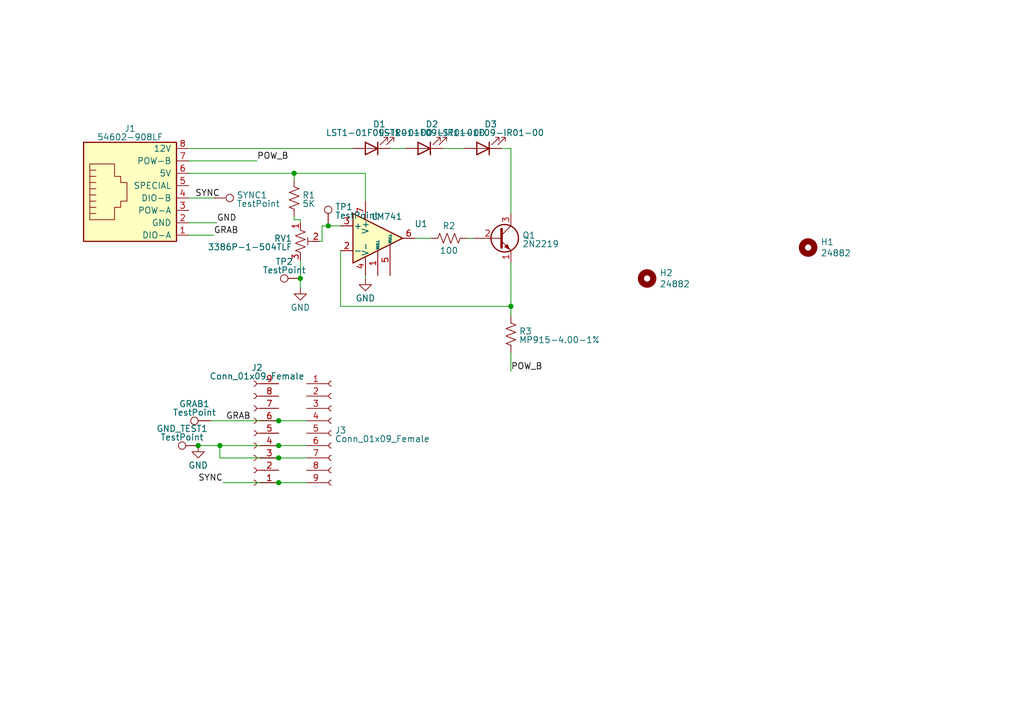
<source format=kicad_sch>
(kicad_sch (version 20221004) (generator eeschema)
  (paper "A5")
  (title_block (date "2022-12-02") (rev "1.3"))
  (lib_symbols
    (symbol "Amplifier_Operational:LM741" (pin_names (offset 0.127))
      (property "Reference" "U" (at 0 6.35 0))
      (property "Value" "LM741" (at 0 3.81 0))
      (symbol "LM741_0_1"
        (polyline (pts (xy -5.08 5.08) (xy 5.08 0) (xy -5.08 -5.08) (xy -5.08 5.08)) (stroke (width 0.254)) (fill (type background)))
      )
      (symbol "LM741_1_1"
        (pin input line (at 0 -7.62 90) (length 5.08) (name "NULL") (number "1"))
        (pin input line (at -7.62 -2.54 0) (length 2.54) (name "-") (number "2"))
        (pin input line (at -7.62 2.54 0) (length 2.54) (name "+") (number "3"))
        (pin power_in line (at -2.54 -7.62 90) (length 3.81) (name "V-") (number "4"))
        (pin input line (at 2.54 -7.62 90) (length 6.35) (name "NULL") (number "5"))
        (pin output line (at 7.62 0 180) (length 2.54) (name "~") (number "6"))
        (pin power_in line (at -2.54 7.62 270) (length 3.81) (name "V+") (number "7"))
        (pin no_connect line (at 0 2.54 270) (length 2.54) hide (name "NC") (number "8"))
      )
    )
    (symbol "Connector:Conn_01x09_Female" (pin_names (offset 1.016) hide)
      (property "Reference" "J" (at 0 12.7 0))
      (property "Value" "Conn_01x09_Female" (at 0 -12.7 0))
      (symbol "Conn_01x09_Female_1_1"
        (arc (start 0 -9.652) (mid -0.5058 -10.16) (end 0 -10.668) (stroke (width 0.1524)))
        (arc (start 0 -7.112) (mid -0.5058 -7.62) (end 0 -8.128) (stroke (width 0.1524)))
        (arc (start 0 -4.572) (mid -0.5058 -5.08) (end 0 -5.588) (stroke (width 0.1524)))
        (arc (start 0 -2.032) (mid -0.5058 -2.54) (end 0 -3.048) (stroke (width 0.1524)))
        (polyline (pts (xy -1.27 -10.16) (xy -0.508 -10.16)) (stroke (width 0.1524)))
        (polyline (pts (xy -1.27 -7.62) (xy -0.508 -7.62)) (stroke (width 0.1524)))
        (polyline (pts (xy -1.27 -5.08) (xy -0.508 -5.08)) (stroke (width 0.1524)))
        (polyline (pts (xy -1.27 -2.54) (xy -0.508 -2.54)) (stroke (width 0.1524)))
        (polyline (pts (xy -1.27 0) (xy -0.508 0)) (stroke (width 0.1524)))
        (polyline (pts (xy -1.27 2.54) (xy -0.508 2.54)) (stroke (width 0.1524)))
        (polyline (pts (xy -1.27 5.08) (xy -0.508 5.08)) (stroke (width 0.1524)))
        (polyline (pts (xy -1.27 7.62) (xy -0.508 7.62)) (stroke (width 0.1524)))
        (polyline (pts (xy -1.27 10.16) (xy -0.508 10.16)) (stroke (width 0.1524)))
        (arc (start 0 0.508) (mid -0.5058 0) (end 0 -0.508) (stroke (width 0.1524)))
        (arc (start 0 3.048) (mid -0.5058 2.54) (end 0 2.032) (stroke (width 0.1524)))
        (arc (start 0 5.588) (mid -0.5058 5.08) (end 0 4.572) (stroke (width 0.1524)))
        (arc (start 0 8.128) (mid -0.5058 7.62) (end 0 7.112) (stroke (width 0.1524)))
        (arc (start 0 10.668) (mid -0.5058 10.16) (end 0 9.652) (stroke (width 0.1524)))
        (pin passive line (at -5.08 10.16 0) (length 3.81) (name "Pin_1") (number "1"))
        (pin passive line (at -5.08 7.62 0) (length 3.81) (name "Pin_2") (number "2"))
        (pin passive line (at -5.08 5.08 0) (length 3.81) (name "Pin_3") (number "3"))
        (pin passive line (at -5.08 2.54 0) (length 3.81) (name "Pin_4") (number "4"))
        (pin passive line (at -5.08 0 0) (length 3.81) (name "Pin_5") (number "5"))
        (pin passive line (at -5.08 -2.54 0) (length 3.81) (name "Pin_6") (number "6"))
        (pin passive line (at -5.08 -5.08 0) (length 3.81) (name "Pin_7") (number "7"))
        (pin passive line (at -5.08 -7.62 0) (length 3.81) (name "Pin_8") (number "8"))
        (pin passive line (at -5.08 -10.16 0) (length 3.81) (name "Pin_9") (number "9"))
      )
    )
    (symbol "Connector:TestPoint" (pin_numbers hide) (pin_names (offset 0.762) hide)
      (property "Reference" "TP" (at 0 6.858 0))
      (property "Value" "TestPoint" (at 0 5.08 0))
      (symbol "TestPoint_0_1"
        (circle (center 0 3.302) (radius 0.762))
      )
      (symbol "TestPoint_1_1"
        (pin passive line (at 0 0 90) (length 2.54) (name "1") (number "1"))
      )
    )
    (symbol "Device:LED" (pin_numbers hide) (pin_names (offset 1.016) hide)
      (property "Reference" "D" (at 0 2.54 0))
      (property "Value" "LED" (at 0 -2.54 0))
      (symbol "LED_0_1"
        (polyline (pts (xy -1.27 -1.27) (xy -1.27 1.27)) (stroke (width 0.254)))
        (polyline (pts (xy -1.27 0) (xy 1.27 0)))
        (polyline (pts (xy 1.27 -1.27) (xy 1.27 1.27) (xy -1.27 0) (xy 1.27 -1.27)) (stroke (width 0.254)))
        (polyline (pts (xy -3.048 -0.762) (xy -4.572 -2.286) (xy -3.81 -2.286) (xy -4.572 -2.286) (xy -4.572 -1.524)))
        (polyline (pts (xy -1.778 -0.762) (xy -3.302 -2.286) (xy -2.54 -2.286) (xy -3.302 -2.286) (xy -3.302 -1.524)))
      )
      (symbol "LED_1_1"
        (pin passive line (at -3.81 0 0) (length 2.54) (name "K") (number "1"))
        (pin passive line (at 3.81 0 180) (length 2.54) (name "A") (number "2"))
      )
    )
    (symbol "Device:R_Potentiometer_Trim_US" (pin_names (offset 1.016) hide)
      (property "Reference" "RV" (at -4.445 0 90))
      (property "Value" "R_Potentiometer_Trim_US" (at -2.54 0 90))
      (symbol "R_Potentiometer_Trim_US_0_1"
        (polyline (pts (xy 0 -2.286) (xy 0 -2.54)))
        (polyline (pts (xy 0 2.286) (xy 0 2.54)))
        (polyline (pts (xy 1.524 0.762) (xy 1.524 -0.762)))
        (polyline (pts (xy 2.54 0) (xy 1.524 0)))
        (polyline (pts (xy 0 -0.762) (xy 1.016 -1.143) (xy 0 -1.524) (xy -1.016 -1.905) (xy 0 -2.286)))
        (polyline (pts (xy 0 0.762) (xy 1.016 0.381) (xy 0 0) (xy -1.016 -0.381) (xy 0 -0.762)))
        (polyline (pts (xy 0 2.286) (xy 1.016 1.905) (xy 0 1.524) (xy -1.016 1.143) (xy 0 0.762)))
      )
      (symbol "R_Potentiometer_Trim_US_1_1"
        (pin passive line (at 0 3.81 270) (length 1.27) (name "1") (number "1"))
        (pin passive line (at 3.81 0 180) (length 1.27) (name "2") (number "2"))
        (pin passive line (at 0 -3.81 90) (length 1.27) (name "3") (number "3"))
      )
    )
    (symbol "Device:R_US" (pin_numbers hide) (pin_names (offset 0))
      (property "Reference" "R" (at 2.54 0 90))
      (property "Value" "R_US" (at -2.54 0 90))
      (symbol "R_US_0_1"
        (polyline (pts (xy 0 -2.286) (xy 0 -2.54)))
        (polyline (pts (xy 0 2.286) (xy 0 2.54)))
        (polyline (pts (xy 0 -0.762) (xy 1.016 -1.143) (xy 0 -1.524) (xy -1.016 -1.905) (xy 0 -2.286)))
        (polyline (pts (xy 0 0.762) (xy 1.016 0.381) (xy 0 0) (xy -1.016 -0.381) (xy 0 -0.762)))
        (polyline (pts (xy 0 2.286) (xy 1.016 1.905) (xy 0 1.524) (xy -1.016 1.143) (xy 0 0.762)))
      )
      (symbol "R_US_1_1"
        (pin passive line (at 0 3.81 270) (length 1.27) (name "~") (number "1"))
        (pin passive line (at 0 -3.81 90) (length 1.27) (name "~") (number "2"))
      )
    )
    (symbol "RJ45_pyControl_1" (pin_names (offset 1.016))
      (property "Reference" "J" (at -8.89 11.43 0))
      (property "Value" "RJ45_pyControl" (at -10.16 -11.43 0))
      (symbol "RJ45_pyControl_1_0_1"
        (polyline (pts (xy -7.62 3.175) (xy -8.89 3.175)))
        (polyline (pts (xy -7.62 4.445) (xy -8.89 4.445)))
        (polyline (pts (xy -8.89 -4.445) (xy -7.62 -4.445) (xy -7.62 -4.445)))
        (polyline (pts (xy -8.89 -3.175) (xy -7.62 -3.175) (xy -7.62 -3.175)))
        (polyline (pts (xy -8.89 -1.905) (xy -7.62 -1.905) (xy -7.62 -1.905)))
        (polyline (pts (xy -8.89 -0.635) (xy -7.62 -0.635) (xy -7.62 -0.635)))
        (polyline (pts (xy -8.89 0.635) (xy -7.62 0.635) (xy -7.62 0.635)))
        (polyline (pts (xy -7.62 1.905) (xy -8.89 1.905) (xy -8.89 1.905)))
        (polyline (pts (xy -8.89 -5.715) (xy -8.89 5.715) (xy -3.81 5.715) (xy -3.81 3.175) (xy -2.54 3.175) (xy -2.54 1.905) (xy -1.27 1.905) (xy -1.27 -1.905) (xy -2.54 -1.905) (xy -2.54 -3.175) (xy -3.81 -3.175) (xy -3.81 -5.715) (xy -8.89 -5.715)))
        (rectangle (start 8.89 10.16) (end -10.16 -10.16) (stroke (width 0.254)) (fill (type background)))
      )
      (symbol "RJ45_pyControl_1_1_1"
        (pin passive line (at 11.43 -8.89 180) (length 2.54) (name "DIO-A") (number "1"))
        (pin passive line (at 11.43 -6.35 180) (length 2.54) (name "GND") (number "2"))
        (pin passive line (at 11.43 -3.81 180) (length 2.54) (name "POW-A") (number "3"))
        (pin passive line (at 11.43 -1.27 180) (length 2.54) (name "DIO-B") (number "4"))
        (pin passive line (at 11.43 1.27 180) (length 2.54) (name "SPECIAL") (number "5"))
        (pin passive line (at 11.43 3.81 180) (length 2.54) (name "5V") (number "6"))
        (pin passive line (at 11.43 6.35 180) (length 2.54) (name "POW-B") (number "7"))
        (pin passive line (at 11.43 8.89 180) (length 2.54) (name "12V") (number "8"))
      )
    )
    (symbol "asl_symbols:Threaded_Standoff" (pin_names (offset 1.016))
      (property "Reference" "H" (at 0 5.08 0))
      (property "Value" "Threaded_Standoff" (at 0 3.175 0))
      (symbol "Threaded_Standoff_0_1"
        (circle (center 0 0) (radius 1.27) (stroke (width 1.27)))
      )
    )
    (symbol "asl_symbols_new:NPN_transistor_ZXTC2045E6TA" (pin_names (offset 0) hide)
      (property "Reference" "Q" (at 5.08 1.905 0))
      (property "Value" "2N2219" (at 5.08 0 0))
      (symbol "NPN_transistor_ZXTC2045E6TA_0_1"
        (polyline (pts (xy 0.635 0.635) (xy 2.54 2.54)))
        (polyline (pts (xy 0.635 -0.635) (xy 2.54 -2.54) (xy 2.54 -2.54)))
        (polyline (pts (xy 0.635 1.905) (xy 0.635 -1.905) (xy 0.635 -1.905)) (stroke (width 0.508)))
        (polyline (pts (xy 1.27 -1.778) (xy 1.778 -1.27) (xy 2.286 -2.286) (xy 1.27 -1.778) (xy 1.27 -1.778)) (fill (type outline)))
        (circle (center 1.27 0) (radius 2.8194) (stroke (width 0.254)))
      )
      (symbol "NPN_transistor_ZXTC2045E6TA_1_1"
        (pin passive line (at 2.54 -5.08 90) (length 2.54) (name "E") (number "1"))
        (pin passive line (at -5.08 0 0) (length 5.715) (name "B") (number "2"))
        (pin passive line (at 2.54 5.08 270) (length 2.54) (name "C") (number "3"))
      )
    )
    (symbol "power:GND" (power) (pin_names (offset 0))
      (property "Value" "GND" (at 0 -3.81 0))
      (symbol "GND_0_1"
        (polyline (pts (xy 0 0) (xy 0 -1.27) (xy 1.27 -1.27) (xy 0 -2.54) (xy -1.27 -1.27) (xy 0 -1.27)))
      )
      (symbol "GND_1_1"
        (pin power_in line (at 0 0 270) (length 0) hide (name "GND") (number "1"))
      )
    )
  )
  (junction (at 57.15 99.06))
  (junction (at 57.15 86.36))
  (junction (at 45.085 91.44))
  (junction (at 57.15 91.44))
  (junction (at 60.325 35.56))
  (junction (at 40.64 91.44))
  (junction (at 67.31 46.355))
  (junction (at 61.595 57.15))
  (junction (at 104.775 62.865))
  (junction (at 57.15 93.98))
  (wire (pts (xy 66.04 49.53) (xy 66.04 46.355)))
  (wire (pts (xy 60.325 35.56) (xy 74.93 35.56)))
  (wire (pts (xy 74.93 35.56) (xy 74.93 41.275)))
  (wire (pts (xy 38.735 48.26) (xy 43.815 48.26)))
  (wire (pts (xy 74.93 57.15) (xy 74.93 56.515)))
  (wire (pts (xy 38.735 33.02) (xy 52.705 33.02)))
  (wire (pts (xy 45.085 91.44) (xy 57.15 91.44)))
  (wire (pts (xy 102.87 30.48) (xy 104.775 30.48)))
  (wire (pts (xy 104.775 64.77) (xy 104.775 62.865)))
  (wire (pts (xy 45.72 99.06) (xy 57.15 99.06)))
  (wire (pts (xy 40.64 91.44) (xy 45.085 91.44)))
  (wire (pts (xy 69.85 62.865) (xy 69.85 51.435)))
  (wire (pts (xy 57.15 99.06) (xy 62.865 99.06)))
  (wire (pts (xy 38.735 35.56) (xy 60.325 35.56)))
  (wire (pts (xy 38.735 40.64) (xy 43.815 40.64)))
  (wire (pts (xy 104.775 62.865) (xy 69.85 62.865)))
  (wire (pts (xy 57.15 93.98) (xy 62.865 93.98)))
  (wire (pts (xy 104.775 53.975) (xy 104.775 62.865)))
  (wire (pts (xy 61.595 57.15) (xy 61.595 59.055)))
  (wire (pts (xy 66.04 49.53) (xy 65.405 49.53)))
  (wire (pts (xy 60.325 45.085) (xy 60.325 44.45)))
  (wire (pts (xy 104.775 30.48) (xy 104.775 43.815)))
  (wire (pts (xy 104.775 72.39) (xy 104.775 76.2)))
  (wire (pts (xy 57.15 91.44) (xy 62.865 91.44)))
  (wire (pts (xy 38.735 45.72) (xy 44.45 45.72)))
  (wire (pts (xy 57.15 86.36) (xy 62.865 86.36)))
  (wire (pts (xy 43.18 86.36) (xy 57.15 86.36)))
  (wire (pts (xy 90.805 30.48) (xy 95.25 30.48)))
  (wire (pts (xy 61.595 45.085) (xy 61.595 45.72)))
  (wire (pts (xy 60.325 35.56) (xy 60.325 36.83)))
  (wire (pts (xy 61.595 45.085) (xy 60.325 45.085)))
  (wire (pts (xy 45.085 91.44) (xy 45.085 93.98)))
  (wire (pts (xy 80.01 30.48) (xy 83.185 30.48)))
  (wire (pts (xy 95.885 48.895) (xy 97.155 48.895)))
  (wire (pts (xy 72.39 30.48) (xy 38.735 30.48)))
  (wire (pts (xy 67.31 46.355) (xy 69.85 46.355)))
  (wire (pts (xy 66.04 46.355) (xy 67.31 46.355)))
  (wire (pts (xy 45.085 93.98) (xy 57.15 93.98)))
  (wire (pts (xy 61.595 53.34) (xy 61.595 57.15)))
  (wire (pts (xy 85.09 48.895) (xy 88.265 48.895)))
  (label "SYNC" (at 45.72 99.06 180))
  (label "POW_B" (at 52.705 33.02 0))
  (label "POW_B" (at 104.775 76.2 0))
  (label "SYNC" (at 40.005 40.64 0))
  (label "GRAB" (at 51.435 86.36 180))
  (label "GRAB" (at 43.815 48.26 0))
  (label "GND" (at 44.45 45.72 0))
  (symbol (lib_id "power:GND") (at 74.93 57.15 0) (unit 1)
    (property "Reference" "#PWR0102" (effects hide))
    (property "Value" "GND" (at 74.93 61.2061 0))
  )
  (symbol (lib_id "Device:LED") (at 86.995 30.48 180) (unit 1)
    (property "Reference" "D2" (at 88.5825 25.4889 0))
    (property "Value" "LST1-01F09-IR01-00" (at 88.5825 27.2511 0))
    (property "Footprint" "asl_footprints:LED_starboard" (effects hide))
    (property "Datasheet" "https://www.digikey.com/en/products/detail/new-energy/LST1-01F09-IR01-00/9445943?s=N4IgTCBcDaIIwDYDsYC0c4FYAMIC6AvkA" (effects hide))
  )
  (symbol (lib_id "Connector:TestPoint") (at 61.595 57.15 90) (unit 1)
    (property "Reference" "TP2" (at 58.293 53.6829 90))
    (property "Value" "TestPoint" (at 58.293 55.4451 90))
    (property "Footprint" "Connector_Pin:Pin_D1.0mm_L10.0mm" (effects hide))
  )
  (symbol (lib_id "Device:LED") (at 76.2 30.48 180) (unit 1)
    (property "Reference" "D1" (at 77.7875 25.4889 0))
    (property "Value" "LST1-01F09-IR01-00" (at 77.7875 27.2511 0))
    (property "Footprint" "asl_footprints:LED_starboard" (effects hide))
    (property "Datasheet" "https://www.digikey.com/en/products/detail/new-energy/LST1-01F09-IR01-00/9445943?s=N4IgTCBcDaIIwDYDsYC0c4FYAMIC6AvkA" (effects hide))
  )
  (symbol (lib_id "power:GND") (at 61.595 59.055 0) (unit 1)
    (property "Reference" "#PWR0101" (effects hide))
    (property "Value" "GND" (at 61.595 63.1111 0))
  )
  (symbol (lib_id "Connector:Conn_01x09_Female") (at 67.945 88.9 0) (unit 1)
    (property "Reference" "J3" (at 68.6562 88.3055 0) (effects (justify left)))
    (property "Value" "Conn_01x09_Female" (at 68.6562 90.0677 0) (effects (justify left)))
    (property "Footprint" "asl_footprints:JST_NSH_1x09_VERTICAL" (effects hide))
    (property "Datasheet" "https://www.digikey.com/en/products/detail/jst-sales-america-inc/BM09B-NSHSS-TBT-LF-SN/3313615" (effects hide))
  )
  (symbol (lib_id "Device:R_US") (at 60.325 40.64 0) (unit 1)
    (property "Reference" "R1" (at 61.976 40.0455 0) (effects (justify left)))
    (property "Value" "5K" (at 61.976 41.8077 0) (effects (justify left)))
    (property "Footprint" "Resistor_SMD:R_0805_2012Metric" (effects hide))
  )
  (symbol (lib_id "Connector:TestPoint") (at 43.18 86.36 90) (unit 1)
    (property "Reference" "GRAB1" (at 39.878 82.8929 90))
    (property "Value" "TestPoint" (at 39.878 84.6551 90))
    (property "Footprint" "Connector_Pin:Pin_D1.0mm_L10.0mm" (effects hide))
  )
  (symbol (lib_id "Connector:TestPoint") (at 43.815 40.64 270) (unit 1)
    (property "Reference" "SYNC1" (at 48.514 40.0455 90) (effects (justify left)))
    (property "Value" "TestPoint" (at 48.514 41.8077 90) (effects (justify left)))
    (property "Footprint" "Connector_Pin:Pin_D1.0mm_L10.0mm" (effects hide))
  )
  (symbol (lib_id "Connector:Conn_01x09_Female") (at 52.07 88.9 180) (unit 1)
    (property "Reference" "J2" (at 52.705 75.4507 0))
    (property "Value" "Conn_01x09_Female" (at 52.705 77.2129 0))
    (property "Footprint" "asl_footprints:JST_NSH_1x09_VERTICAL" (effects hide))
    (property "Datasheet" "https://www.digikey.com/en/products/detail/jst-sales-america-inc/BM09B-NSHSS-TBT-LF-SN/3313615" (effects hide))
  )
  (symbol (lib_id "Connector:TestPoint") (at 40.64 91.44 90) (unit 1)
    (property "Reference" "GND_TEST1" (at 37.338 87.9729 90))
    (property "Value" "TestPoint" (at 37.338 89.7351 90))
    (property "Footprint" "Connector_Pin:Pin_D1.0mm_L10.0mm" (effects hide))
  )
  (symbol (lib_id "Device:LED") (at 99.06 30.48 180) (unit 1)
    (property "Reference" "D3" (at 100.6475 25.4889 0))
    (property "Value" "LST1-01F09-IR01-00" (at 100.6475 27.2511 0))
    (property "Footprint" "asl_footprints:LED_starboard" (effects hide))
    (property "Datasheet" "https://www.digikey.com/en/products/detail/new-energy/LST1-01F09-IR01-00/9445943?s=N4IgTCBcDaIIwDYDsYC0c4FYAMIC6AvkA" (effects hide))
  )
  (symbol (lib_id "Device:R_US") (at 104.775 68.58 180) (unit 1)
    (property "Reference" "R3" (at 106.426 67.9855 0) (effects (justify right)))
    (property "Value" "MP915-4.00-1%" (at 106.426 69.7477 0) (effects (justify right)))
    (property "Footprint" "asl_footprints:Resistor_power_MP900" (effects hide))
  )
  (symbol (lib_id "Connector:TestPoint") (at 67.31 46.355 0) (unit 1)
    (property "Reference" "TP1" (at 68.707 42.4585 0) (effects (justify left)))
    (property "Value" "TestPoint" (at 68.707 44.2207 0) (effects (justify left)))
    (property "Footprint" "Connector_Pin:Pin_D1.0mm_L10.0mm" (effects hide))
  )
  (symbol (lib_id "asl_symbols:Threaded_Standoff") (at 165.735 50.8 0) (unit 1)
    (property "Reference" "H1" (at 168.2751 49.6506 0) (effects (justify left)))
    (property "Value" "24882" (at 168.2751 51.9493 0) (effects (justify left)))
    (property "Footprint" "asl_footprints:standoff_nut" (effects hide))
    (property "Datasheet" "https://www.digikey.com/en/products/detail/keystone-electronics/24882/9921822?s=N4IgTCBcDaIMwDYC0YAsAOdYkEYkDkAREAXQF8g" (effects hide))
    (property "Description" "Threaded standoff" (effects hide))
    (property "Sim_Device" "SPICE" (effects hide))
    (property "Sim_Params" "type=H model=\"24882\"" (effects hide))
  )
  (symbol (lib_id "asl_symbols:Threaded_Standoff") (at 132.715 57.15 0) (unit 1)
    (property "Reference" "H2" (at 135.2551 56.0006 0) (effects (justify left)))
    (property "Value" "24882" (at 135.2551 58.2993 0) (effects (justify left)))
    (property "Footprint" "asl_footprints:standoff_nut" (effects hide))
    (property "Datasheet" "https://www.digikey.com/en/products/detail/keystone-electronics/24882/9921822?s=N4IgTCBcDaIMwDYC0YAsAOdYkEYkDkAREAXQF8g" (effects hide))
    (property "Description" "Threaded standoff" (effects hide))
    (property "Sim_Device" "SPICE" (effects hide))
    (property "Sim_Params" "type=H model=\"24882\"" (effects hide))
  )
  (symbol (lib_id "asl_symbols_new:NPN_transistor_ZXTC2045E6TA") (at 102.235 48.895 0) (unit 1)
    (property "Reference" "Q1" (at 107.0864 48.3005 0) (effects (justify left)))
    (property "Value" "2N2219" (at 107.0864 50.0627 0) (effects (justify left)))
    (property "Footprint" "Package_TO_SOT_SMD:SOT-23-6" (effects hide))
    (property "Datasheet" "http://www.onsemi.com/pub_link/Collateral/2N2219-D.PDF" (effects hide))
  )
  (symbol (lib_id "Device:R_Potentiometer_Trim_US") (at 61.595 49.53 0) (unit 1)
    (property "Reference" "RV1" (at 59.9441 48.9355 0) (effects (justify right)))
    (property "Value" "3386P-1-504TLF" (at 59.9441 50.6977 0) (effects (justify right)))
    (property "Footprint" "Potentiometer_THT:Potentiometer_Bourns_3386P_Vertical" (effects hide))
    (property "Datasheet" "https://www.digikey.com/en/products/detail/bourns-inc/3386P-1-504TLF/2537251" (effects hide))
  )
  (symbol (lib_id "Device:R_US") (at 92.075 48.895 90) (unit 1)
    (property "Reference" "R2" (at 92.075 46.355 90))
    (property "Value" "100" (at 92.075 51.435 90))
    (property "Footprint" "Resistor_SMD:R_0805_2012Metric" (effects hide))
  )
  (symbol (lib_id "power:GND") (at 40.64 91.44 0) (unit 1)
    (property "Reference" "#PWR0103" (effects hide))
    (property "Value" "GND" (at 40.64 95.4961 0))
  )
  (symbol (lib_name "RJ45_pyControl_1") (lib_id "asl_symbols:RJ45_pyControl") (at 27.305 39.37 0) (unit 1)
    (property "Reference" "J1" (at 26.67 26.3779 0))
    (property "Value" "54602-908LF" (at 26.67 28.1401 0))
    (property "Footprint" "asl_footprints:RJ45_THP" (effects hide))
    (property "Datasheet" "https://www.digikey.com/en/products/detail/54602-908LF/609-1046-ND/1001360" (effects hide))
  )
  (symbol (lib_id "Amplifier_Operational:LM741") (at 77.47 48.895 0) (unit 1)
    (property "Reference" "U1" (at 86.3581 45.936 0))
    (property "Value" "LM741" (at 79.375 44.45 0))
    (property "Footprint" "Package_DIP:DIP-8_W7.62mm" (effects hide))
    (property "Datasheet" "http://www.ti.com/lit/ds/symlink/lm741.pdf" (effects hide))
  )
)
</source>
